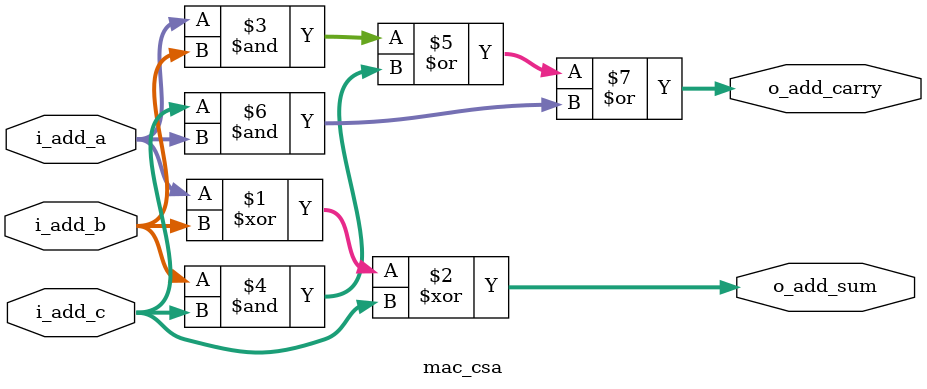
<source format=sv>
module mac_csa #(
        parameter WIDTH = 32
    ) (
        input wire [WIDTH - 1 : 0] i_add_a,
        input wire [WIDTH - 1 : 0] i_add_b,
        input wire [WIDTH - 1 : 0] i_add_c,
        output wire [WIDTH - 1 : 0] o_add_sum,
        output wire [WIDTH - 1 : 0] o_add_carry
    );

    assign o_add_sum = i_add_a ^ i_add_b ^ i_add_c;
    assign o_add_carry = (i_add_a & i_add_b) | (i_add_b & i_add_c) | (i_add_c & i_add_a);
endmodule

</source>
